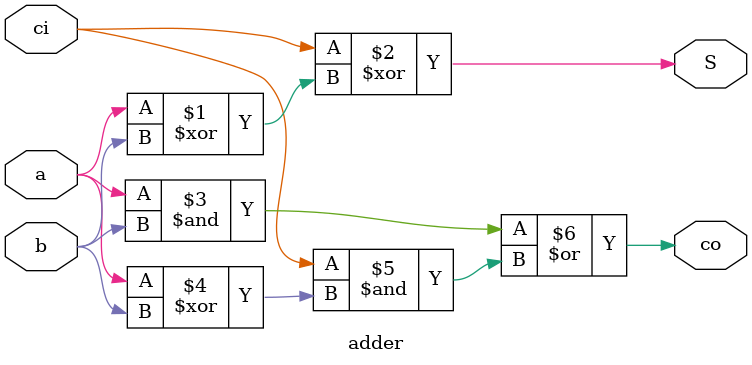
<source format=sv>
module adder (input logic a,b,ci,
					output logic S,co);

assign S=ci^(a^b);
assign co=(a&b)|(ci&(a^b));
endmodule
</source>
